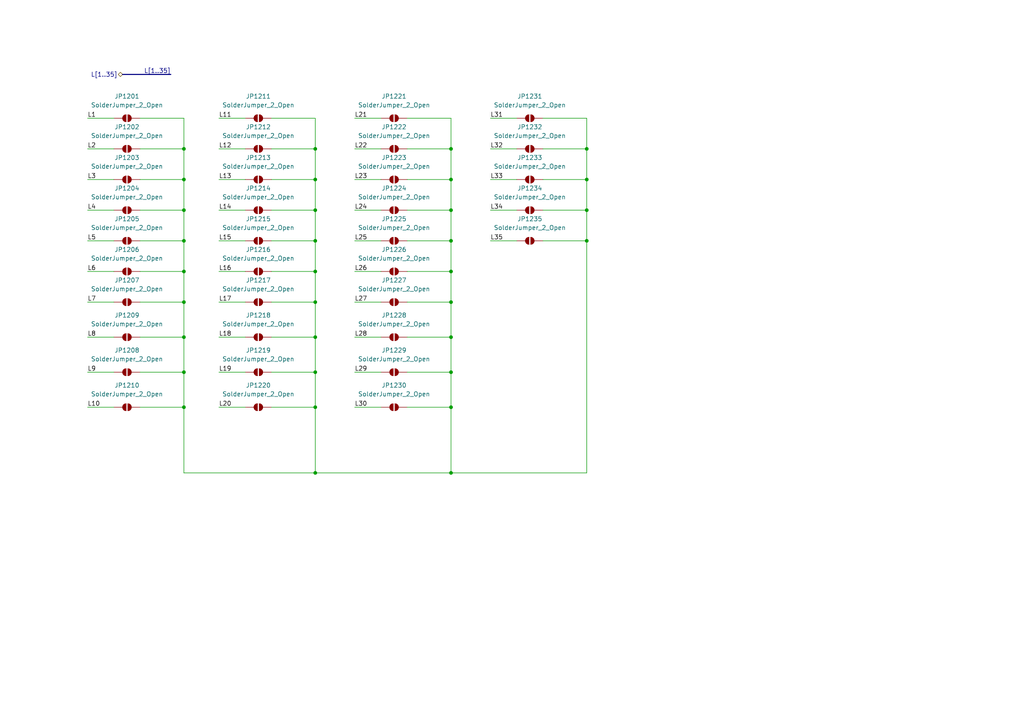
<source format=kicad_sch>
(kicad_sch (version 20231120) (generator "eeschema") (generator_version "8.0")
  (paper "A4")
  (lib_symbols
    (symbol "SolderJumper_2_Open_1" (pin_numbers hide) (pin_names (offset 0) hide) (exclude_from_sim yes) (in_bom no)
      (property "Reference" "JP" (at 0 2.032 0))
      (property "Value" "SolderJumper_2_Open" (at 0 -2.54 0))
      (symbol "SolderJumper_2_Open_1_0_1"
        (arc (start -0.254 1.016) (mid -1.2656 0) (end -0.254 -1.016))
        (arc (start -0.254 1.016) (mid -1.2656 0) (end -0.254 -1.016) (fill (type outline)))
        (polyline (pts (xy -0.254 1.016) (xy -0.254 -1.016)))
        (polyline (pts (xy 0.254 1.016) (xy 0.254 -1.016)))
        (arc (start 0.254 -1.016) (mid 1.2656 0) (end 0.254 1.016))
        (arc (start 0.254 -1.016) (mid 1.2656 0) (end 0.254 1.016) (fill (type outline)))
      )
      (symbol "SolderJumper_2_Open_1_1_1"
        (pin passive line (at -3.81 0 0) (length 2.54) (name "A") (number "1"))
        (pin passive line (at 3.81 0 180) (length 2.54) (name "B") (number "2"))
      )
    )
  )
  (junction (at 170.18 43.18))
  (junction (at 53.34 107.95))
  (junction (at 130.81 78.74))
  (junction (at 53.34 43.18))
  (junction (at 91.44 60.96))
  (junction (at 91.44 137.16))
  (junction (at 130.81 43.18))
  (junction (at 91.44 118.11))
  (junction (at 130.81 97.79))
  (junction (at 170.18 69.85))
  (junction (at 130.81 107.95))
  (junction (at 130.81 137.16))
  (junction (at 91.44 52.07))
  (junction (at 130.81 52.07))
  (junction (at 91.44 97.79))
  (junction (at 91.44 107.95))
  (junction (at 53.34 60.96))
  (junction (at 53.34 69.85))
  (junction (at 53.34 87.63))
  (junction (at 91.44 69.85))
  (junction (at 53.34 118.11))
  (junction (at 170.18 52.07))
  (junction (at 91.44 87.63))
  (junction (at 91.44 43.18))
  (junction (at 53.34 78.74))
  (junction (at 53.34 97.79))
  (junction (at 130.81 118.11))
  (junction (at 170.18 60.96))
  (junction (at 53.34 52.07))
  (junction (at 130.81 60.96))
  (junction (at 130.81 69.85))
  (junction (at 91.44 78.74))
  (junction (at 130.81 87.63))
  (wire (pts (xy 63.5 87.63) (xy 71.12 87.63)))
  (wire (pts (xy 91.44 34.29) (xy 91.44 43.18)))
  (wire (pts (xy 170.18 60.96) (xy 157.48 60.96)))
  (wire (pts (xy 63.5 97.79) (xy 71.12 97.79)))
  (wire (pts (xy 130.81 78.74) (xy 130.81 87.63)))
  (wire (pts (xy 142.24 34.29) (xy 149.86 34.29)))
  (wire (pts (xy 170.18 60.96) (xy 170.18 69.85)))
  (wire (pts (xy 130.81 43.18) (xy 118.11 43.18)))
  (wire (pts (xy 130.81 69.85) (xy 130.81 78.74)))
  (wire (pts (xy 91.44 87.63) (xy 91.44 97.79)))
  (wire (pts (xy 102.87 69.85) (xy 110.49 69.85)))
  (wire (pts (xy 53.34 43.18) (xy 53.34 52.07)))
  (wire (pts (xy 91.44 52.07) (xy 91.44 60.96)))
  (wire (pts (xy 142.24 60.96) (xy 149.86 60.96)))
  (wire (pts (xy 53.34 69.85) (xy 53.34 78.74)))
  (wire (pts (xy 91.44 60.96) (xy 78.74 60.96)))
  (wire (pts (xy 63.5 43.18) (xy 71.12 43.18)))
  (wire (pts (xy 130.81 118.11) (xy 130.81 137.16)))
  (wire (pts (xy 102.87 97.79) (xy 110.49 97.79)))
  (wire (pts (xy 53.34 118.11) (xy 40.64 118.11)))
  (wire (pts (xy 91.44 34.29) (xy 78.74 34.29)))
  (wire (pts (xy 25.4 78.74) (xy 33.02 78.74)))
  (wire (pts (xy 102.87 87.63) (xy 110.49 87.63)))
  (wire (pts (xy 130.81 107.95) (xy 130.81 118.11)))
  (wire (pts (xy 25.4 43.18) (xy 33.02 43.18)))
  (wire (pts (xy 130.81 34.29) (xy 118.11 34.29)))
  (wire (pts (xy 53.34 137.16) (xy 91.44 137.16)))
  (wire (pts (xy 130.81 87.63) (xy 118.11 87.63)))
  (wire (pts (xy 25.4 69.85) (xy 33.02 69.85)))
  (wire (pts (xy 53.34 60.96) (xy 40.64 60.96)))
  (wire (pts (xy 91.44 43.18) (xy 78.74 43.18)))
  (wire (pts (xy 102.87 118.11) (xy 110.49 118.11)))
  (wire (pts (xy 91.44 107.95) (xy 78.74 107.95)))
  (wire (pts (xy 170.18 52.07) (xy 170.18 60.96)))
  (wire (pts (xy 25.4 34.29) (xy 33.02 34.29)))
  (wire (pts (xy 63.5 60.96) (xy 71.12 60.96)))
  (wire (pts (xy 53.34 97.79) (xy 53.34 107.95)))
  (wire (pts (xy 63.5 34.29) (xy 71.12 34.29)))
  (wire (pts (xy 91.44 107.95) (xy 91.44 118.11)))
  (wire (pts (xy 170.18 52.07) (xy 157.48 52.07)))
  (wire (pts (xy 25.4 52.07) (xy 33.02 52.07)))
  (wire (pts (xy 53.34 97.79) (xy 40.64 97.79)))
  (wire (pts (xy 91.44 78.74) (xy 91.44 87.63)))
  (wire (pts (xy 102.87 34.29) (xy 110.49 34.29)))
  (wire (pts (xy 91.44 118.11) (xy 91.44 137.16)))
  (wire (pts (xy 53.34 34.29) (xy 53.34 43.18)))
  (wire (pts (xy 25.4 118.11) (xy 33.02 118.11)))
  (wire (pts (xy 102.87 78.74) (xy 110.49 78.74)))
  (wire (pts (xy 63.5 107.95) (xy 71.12 107.95)))
  (wire (pts (xy 53.34 34.29) (xy 40.64 34.29)))
  (wire (pts (xy 91.44 69.85) (xy 78.74 69.85)))
  (wire (pts (xy 130.81 87.63) (xy 130.81 97.79)))
  (wire (pts (xy 25.4 107.95) (xy 33.02 107.95)))
  (wire (pts (xy 53.34 69.85) (xy 40.64 69.85)))
  (wire (pts (xy 91.44 43.18) (xy 91.44 52.07)))
  (wire (pts (xy 130.81 60.96) (xy 130.81 69.85)))
  (wire (pts (xy 53.34 52.07) (xy 53.34 60.96)))
  (wire (pts (xy 102.87 43.18) (xy 110.49 43.18)))
  (wire (pts (xy 102.87 60.96) (xy 110.49 60.96)))
  (wire (pts (xy 25.4 97.79) (xy 33.02 97.79)))
  (wire (pts (xy 53.34 78.74) (xy 53.34 87.63)))
  (wire (pts (xy 130.81 43.18) (xy 130.81 52.07)))
  (wire (pts (xy 102.87 52.07) (xy 110.49 52.07)))
  (wire (pts (xy 53.34 87.63) (xy 40.64 87.63)))
  (wire (pts (xy 91.44 97.79) (xy 91.44 107.95)))
  (wire (pts (xy 91.44 137.16) (xy 130.81 137.16)))
  (wire (pts (xy 130.81 69.85) (xy 118.11 69.85)))
  (wire (pts (xy 53.34 118.11) (xy 53.34 137.16)))
  (wire (pts (xy 53.34 87.63) (xy 53.34 97.79)))
  (wire (pts (xy 53.34 78.74) (xy 40.64 78.74)))
  (wire (pts (xy 130.81 97.79) (xy 118.11 97.79)))
  (wire (pts (xy 130.81 118.11) (xy 118.11 118.11)))
  (wire (pts (xy 130.81 78.74) (xy 118.11 78.74)))
  (wire (pts (xy 170.18 69.85) (xy 170.18 137.16)))
  (wire (pts (xy 53.34 60.96) (xy 53.34 69.85)))
  (wire (pts (xy 170.18 34.29) (xy 170.18 43.18)))
  (wire (pts (xy 130.81 52.07) (xy 118.11 52.07)))
  (wire (pts (xy 142.24 52.07) (xy 149.86 52.07)))
  (wire (pts (xy 25.4 60.96) (xy 33.02 60.96)))
  (bus (pts (xy 35.56 21.59) (xy 49.53 21.59)))
  (wire (pts (xy 130.81 137.16) (xy 170.18 137.16)))
  (wire (pts (xy 91.44 118.11) (xy 78.74 118.11)))
  (wire (pts (xy 63.5 78.74) (xy 71.12 78.74)))
  (wire (pts (xy 130.81 60.96) (xy 118.11 60.96)))
  (wire (pts (xy 91.44 87.63) (xy 78.74 87.63)))
  (wire (pts (xy 170.18 34.29) (xy 157.48 34.29)))
  (wire (pts (xy 63.5 69.85) (xy 71.12 69.85)))
  (wire (pts (xy 91.44 60.96) (xy 91.44 69.85)))
  (wire (pts (xy 170.18 69.85) (xy 157.48 69.85)))
  (wire (pts (xy 170.18 43.18) (xy 170.18 52.07)))
  (wire (pts (xy 130.81 107.95) (xy 118.11 107.95)))
  (wire (pts (xy 91.44 52.07) (xy 78.74 52.07)))
  (wire (pts (xy 53.34 52.07) (xy 40.64 52.07)))
  (wire (pts (xy 130.81 52.07) (xy 130.81 60.96)))
  (wire (pts (xy 63.5 52.07) (xy 71.12 52.07)))
  (wire (pts (xy 102.87 107.95) (xy 110.49 107.95)))
  (wire (pts (xy 53.34 107.95) (xy 53.34 118.11)))
  (wire (pts (xy 130.81 34.29) (xy 130.81 43.18)))
  (wire (pts (xy 91.44 69.85) (xy 91.44 78.74)))
  (wire (pts (xy 142.24 43.18) (xy 149.86 43.18)))
  (wire (pts (xy 25.4 87.63) (xy 33.02 87.63)))
  (wire (pts (xy 142.24 69.85) (xy 149.86 69.85)))
  (wire (pts (xy 91.44 97.79) (xy 78.74 97.79)))
  (wire (pts (xy 170.18 43.18) (xy 157.48 43.18)))
  (wire (pts (xy 130.81 97.79) (xy 130.81 107.95)))
  (wire (pts (xy 53.34 107.95) (xy 40.64 107.95)))
  (wire (pts (xy 63.5 118.11) (xy 71.12 118.11)))
  (wire (pts (xy 53.34 43.18) (xy 40.64 43.18)))
  (wire (pts (xy 91.44 78.74) (xy 78.74 78.74)))
  (label "L25" (at 102.87 69.85 0))
  (label "L[1..35]" (at 49.53 21.59 180))
  (label "L35" (at 142.24 69.85 0))
  (label "L17" (at 63.5 87.63 0))
  (label "L4" (at 25.4 60.96 0))
  (label "L8" (at 25.4 97.79 0))
  (label "L34" (at 142.24 60.96 0))
  (label "L6" (at 25.4 78.74 0))
  (label "L5" (at 25.4 69.85 0))
  (label "L12" (at 63.5 43.18 0))
  (label "L24" (at 102.87 60.96 0))
  (label "L13" (at 63.5 52.07 0))
  (label "L18" (at 63.5 97.79 0))
  (label "L7" (at 25.4 87.63 0))
  (label "L10" (at 25.4 118.11 0))
  (label "L19" (at 63.5 107.95 0))
  (label "L20" (at 63.5 118.11 0))
  (label "L31" (at 142.24 34.29 0))
  (label "L29" (at 102.87 107.95 0))
  (label "L28" (at 102.87 97.79 0))
  (label "L33" (at 142.24 52.07 0))
  (label "L1" (at 25.4 34.29 0))
  (label "L32" (at 142.24 43.18 0))
  (label "L27" (at 102.87 87.63 0))
  (label "L16" (at 63.5 78.74 0))
  (label "L23" (at 102.87 52.07 0))
  (label "L9" (at 25.4 107.95 0))
  (label "L15" (at 63.5 69.85 0))
  (label "L22" (at 102.87 43.18 0))
  (label "L21" (at 102.87 34.29 0))
  (label "L11" (at 63.5 34.29 0))
  (label "L26" (at 102.87 78.74 0))
  (label "L2" (at 25.4 43.18 0))
  (label "L30" (at 102.87 118.11 0))
  (label "L14" (at 63.5 60.96 0))
  (label "L3" (at 25.4 52.07 0))
  (hierarchical_label "L[1..35]" (shape bidirectional) (at 35.56 21.59 180))
  (symbol (lib_name "SolderJumper_2_Open_1") (lib_id "Jumper:SolderJumper_2_Open") (at 153.67 52.07 0) (unit 1) (exclude_from_sim yes) (in_bom no)
    (property "Reference" "JP1233" (at 153.67 45.72 0))
    (property "Value" "SolderJumper_2_Open" (at 153.67 48.26 0))
    (property "Footprint" "Jumper:SolderJumper-2_P1.3mm_Open_TrianglePad1.0x1.5mm" (effects (hide yes)))
    (property "Description" "Solder Jumper, 2-pole, open" (effects (hide yes)))
  )
  (symbol (lib_name "SolderJumper_2_Open_1") (lib_id "Jumper:SolderJumper_2_Open") (at 36.83 78.74 0) (unit 1) (exclude_from_sim yes) (in_bom no)
    (property "Reference" "JP1206" (at 36.83 72.39 0))
    (property "Value" "SolderJumper_2_Open" (at 36.83 74.93 0))
    (property "Footprint" "Jumper:SolderJumper-2_P1.3mm_Open_TrianglePad1.0x1.5mm" (effects (hide yes)))
    (property "Description" "Solder Jumper, 2-pole, open" (effects (hide yes)))
  )
  (symbol (lib_name "SolderJumper_2_Open_1") (lib_id "Jumper:SolderJumper_2_Open") (at 153.67 69.85 0) (unit 1) (exclude_from_sim yes) (in_bom no)
    (property "Reference" "JP1235" (at 153.67 63.5 0))
    (property "Value" "SolderJumper_2_Open" (at 153.67 66.04 0))
    (property "Footprint" "Jumper:SolderJumper-2_P1.3mm_Open_TrianglePad1.0x1.5mm" (effects (hide yes)))
    (property "Description" "Solder Jumper, 2-pole, open" (effects (hide yes)))
  )
  (symbol (lib_name "SolderJumper_2_Open_1") (lib_id "Jumper:SolderJumper_2_Open") (at 114.3 87.63 0) (unit 1) (exclude_from_sim yes) (in_bom no)
    (property "Reference" "JP1227" (at 114.3 81.28 0))
    (property "Value" "SolderJumper_2_Open" (at 114.3 83.82 0))
    (property "Footprint" "Jumper:SolderJumper-2_P1.3mm_Open_TrianglePad1.0x1.5mm" (effects (hide yes)))
    (property "Description" "Solder Jumper, 2-pole, open" (effects (hide yes)))
  )
  (symbol (lib_name "SolderJumper_2_Open_1") (lib_id "Jumper:SolderJumper_2_Open") (at 114.3 97.79 0) (unit 1) (exclude_from_sim yes) (in_bom no)
    (property "Reference" "JP1228" (at 114.3 91.44 0))
    (property "Value" "SolderJumper_2_Open" (at 114.3 93.98 0))
    (property "Footprint" "Jumper:SolderJumper-2_P1.3mm_Open_TrianglePad1.0x1.5mm" (effects (hide yes)))
    (property "Description" "Solder Jumper, 2-pole, open" (effects (hide yes)))
  )
  (symbol (lib_name "SolderJumper_2_Open_1") (lib_id "Jumper:SolderJumper_2_Open") (at 114.3 52.07 0) (unit 1) (exclude_from_sim yes) (in_bom no)
    (property "Reference" "JP1223" (at 114.3 45.72 0))
    (property "Value" "SolderJumper_2_Open" (at 114.3 48.26 0))
    (property "Footprint" "Jumper:SolderJumper-2_P1.3mm_Open_TrianglePad1.0x1.5mm" (effects (hide yes)))
    (property "Description" "Solder Jumper, 2-pole, open" (effects (hide yes)))
  )
  (symbol (lib_name "SolderJumper_2_Open_1") (lib_id "Jumper:SolderJumper_2_Open") (at 74.93 87.63 0) (unit 1) (exclude_from_sim yes) (in_bom no)
    (property "Reference" "JP1217" (at 74.93 81.28 0))
    (property "Value" "SolderJumper_2_Open" (at 74.93 83.82 0))
    (property "Footprint" "Jumper:SolderJumper-2_P1.3mm_Open_TrianglePad1.0x1.5mm" (effects (hide yes)))
    (property "Description" "Solder Jumper, 2-pole, open" (effects (hide yes)))
  )
  (symbol (lib_name "SolderJumper_2_Open_1") (lib_id "Jumper:SolderJumper_2_Open") (at 153.67 34.29 0) (unit 1) (exclude_from_sim yes) (in_bom no)
    (property "Reference" "JP1231" (at 153.67 27.94 0))
    (property "Value" "SolderJumper_2_Open" (at 153.67 30.48 0))
    (property "Footprint" "Jumper:SolderJumper-2_P1.3mm_Open_TrianglePad1.0x1.5mm" (effects (hide yes)))
    (property "Description" "Solder Jumper, 2-pole, open" (effects (hide yes)))
  )
  (symbol (lib_name "SolderJumper_2_Open_1") (lib_id "Jumper:SolderJumper_2_Open") (at 114.3 43.18 0) (unit 1) (exclude_from_sim yes) (in_bom no)
    (property "Reference" "JP1222" (at 114.3 36.83 0))
    (property "Value" "SolderJumper_2_Open" (at 114.3 39.37 0))
    (property "Footprint" "Jumper:SolderJumper-2_P1.3mm_Open_TrianglePad1.0x1.5mm" (effects (hide yes)))
    (property "Description" "Solder Jumper, 2-pole, open" (effects (hide yes)))
  )
  (symbol (lib_name "SolderJumper_2_Open_1") (lib_id "Jumper:SolderJumper_2_Open") (at 114.3 60.96 0) (unit 1) (exclude_from_sim yes) (in_bom no)
    (property "Reference" "JP1224" (at 114.3 54.61 0))
    (property "Value" "SolderJumper_2_Open" (at 114.3 57.15 0))
    (property "Footprint" "Jumper:SolderJumper-2_P1.3mm_Open_TrianglePad1.0x1.5mm" (effects (hide yes)))
    (property "Description" "Solder Jumper, 2-pole, open" (effects (hide yes)))
  )
  (symbol (lib_name "SolderJumper_2_Open_1") (lib_id "Jumper:SolderJumper_2_Open") (at 74.93 69.85 0) (unit 1) (exclude_from_sim yes) (in_bom no)
    (property "Reference" "JP1215" (at 74.93 63.5 0))
    (property "Value" "SolderJumper_2_Open" (at 74.93 66.04 0))
    (property "Footprint" "Jumper:SolderJumper-2_P1.3mm_Open_TrianglePad1.0x1.5mm" (effects (hide yes)))
    (property "Description" "Solder Jumper, 2-pole, open" (effects (hide yes)))
  )
  (symbol (lib_name "SolderJumper_2_Open_1") (lib_id "Jumper:SolderJumper_2_Open") (at 36.83 60.96 0) (unit 1) (exclude_from_sim yes) (in_bom no)
    (property "Reference" "JP1204" (at 36.83 54.61 0))
    (property "Value" "SolderJumper_2_Open" (at 36.83 57.15 0))
    (property "Footprint" "Jumper:SolderJumper-2_P1.3mm_Open_TrianglePad1.0x1.5mm" (effects (hide yes)))
    (property "Description" "Solder Jumper, 2-pole, open" (effects (hide yes)))
  )
  (symbol (lib_name "SolderJumper_2_Open_1") (lib_id "Jumper:SolderJumper_2_Open") (at 36.83 87.63 0) (unit 1) (exclude_from_sim yes) (in_bom no)
    (property "Reference" "JP1207" (at 36.83 81.28 0))
    (property "Value" "SolderJumper_2_Open" (at 36.83 83.82 0))
    (property "Footprint" "Jumper:SolderJumper-2_P1.3mm_Open_TrianglePad1.0x1.5mm" (effects (hide yes)))
    (property "Description" "Solder Jumper, 2-pole, open" (effects (hide yes)))
  )
  (symbol (lib_name "SolderJumper_2_Open_1") (lib_id "Jumper:SolderJumper_2_Open") (at 114.3 69.85 0) (unit 1) (exclude_from_sim yes) (in_bom no)
    (property "Reference" "JP1225" (at 114.3 63.5 0))
    (property "Value" "SolderJumper_2_Open" (at 114.3 66.04 0))
    (property "Footprint" "Jumper:SolderJumper-2_P1.3mm_Open_TrianglePad1.0x1.5mm" (effects (hide yes)))
    (property "Description" "Solder Jumper, 2-pole, open" (effects (hide yes)))
  )
  (symbol (lib_name "SolderJumper_2_Open_1") (lib_id "Jumper:SolderJumper_2_Open") (at 36.83 118.11 0) (unit 1) (exclude_from_sim yes) (in_bom no)
    (property "Reference" "JP1210" (at 36.83 111.76 0))
    (property "Value" "SolderJumper_2_Open" (at 36.83 114.3 0))
    (property "Footprint" "Jumper:SolderJumper-2_P1.3mm_Open_TrianglePad1.0x1.5mm" (effects (hide yes)))
    (property "Description" "Solder Jumper, 2-pole, open" (effects (hide yes)))
  )
  (symbol (lib_name "SolderJumper_2_Open_1") (lib_id "Jumper:SolderJumper_2_Open") (at 36.83 34.29 0) (unit 1) (exclude_from_sim yes) (in_bom no)
    (property "Reference" "JP1201" (at 36.83 27.94 0))
    (property "Value" "SolderJumper_2_Open" (at 36.83 30.48 0))
    (property "Footprint" "Jumper:SolderJumper-2_P1.3mm_Open_TrianglePad1.0x1.5mm" (effects (hide yes)))
    (property "Description" "Solder Jumper, 2-pole, open" (effects (hide yes)))
  )
  (symbol (lib_name "SolderJumper_2_Open_1") (lib_id "Jumper:SolderJumper_2_Open") (at 114.3 118.11 0) (unit 1) (exclude_from_sim yes) (in_bom no)
    (property "Reference" "JP1230" (at 114.3 111.76 0))
    (property "Value" "SolderJumper_2_Open" (at 114.3 114.3 0))
    (property "Footprint" "Jumper:SolderJumper-2_P1.3mm_Open_TrianglePad1.0x1.5mm" (effects (hide yes)))
    (property "Description" "Solder Jumper, 2-pole, open" (effects (hide yes)))
  )
  (symbol (lib_name "SolderJumper_2_Open_1") (lib_id "Jumper:SolderJumper_2_Open") (at 114.3 34.29 0) (unit 1) (exclude_from_sim yes) (in_bom no)
    (property "Reference" "JP1221" (at 114.3 27.94 0))
    (property "Value" "SolderJumper_2_Open" (at 114.3 30.48 0))
    (property "Footprint" "Jumper:SolderJumper-2_P1.3mm_Open_TrianglePad1.0x1.5mm" (effects (hide yes)))
    (property "Description" "Solder Jumper, 2-pole, open" (effects (hide yes)))
  )
  (symbol (lib_name "SolderJumper_2_Open_1") (lib_id "Jumper:SolderJumper_2_Open") (at 36.83 107.95 0) (unit 1) (exclude_from_sim yes) (in_bom no)
    (property "Reference" "JP1208" (at 36.83 101.6 0))
    (property "Value" "SolderJumper_2_Open" (at 36.83 104.14 0))
    (property "Footprint" "Jumper:SolderJumper-2_P1.3mm_Open_TrianglePad1.0x1.5mm" (effects (hide yes)))
    (property "Description" "Solder Jumper, 2-pole, open" (effects (hide yes)))
  )
  (symbol (lib_name "SolderJumper_2_Open_1") (lib_id "Jumper:SolderJumper_2_Open") (at 114.3 78.74 0) (unit 1) (exclude_from_sim yes) (in_bom no)
    (property "Reference" "JP1226" (at 114.3 72.39 0))
    (property "Value" "SolderJumper_2_Open" (at 114.3 74.93 0))
    (property "Footprint" "Jumper:SolderJumper-2_P1.3mm_Open_TrianglePad1.0x1.5mm" (effects (hide yes)))
    (property "Description" "Solder Jumper, 2-pole, open" (effects (hide yes)))
  )
  (symbol (lib_name "SolderJumper_2_Open_1") (lib_id "Jumper:SolderJumper_2_Open") (at 36.83 52.07 0) (unit 1) (exclude_from_sim yes) (in_bom no)
    (property "Reference" "JP1203" (at 36.83 45.72 0))
    (property "Value" "SolderJumper_2_Open" (at 36.83 48.26 0))
    (property "Footprint" "Jumper:SolderJumper-2_P1.3mm_Open_TrianglePad1.0x1.5mm" (effects (hide yes)))
    (property "Description" "Solder Jumper, 2-pole, open" (effects (hide yes)))
  )
  (symbol (lib_name "SolderJumper_2_Open_1") (lib_id "Jumper:SolderJumper_2_Open") (at 114.3 107.95 0) (unit 1) (exclude_from_sim yes) (in_bom no)
    (property "Reference" "JP1229" (at 114.3 101.6 0))
    (property "Value" "SolderJumper_2_Open" (at 114.3 104.14 0))
    (property "Footprint" "Jumper:SolderJumper-2_P1.3mm_Open_TrianglePad1.0x1.5mm" (effects (hide yes)))
    (property "Description" "Solder Jumper, 2-pole, open" (effects (hide yes)))
  )
  (symbol (lib_name "SolderJumper_2_Open_1") (lib_id "Jumper:SolderJumper_2_Open") (at 74.93 52.07 0) (unit 1) (exclude_from_sim yes) (in_bom no)
    (property "Reference" "JP1213" (at 74.93 45.72 0))
    (property "Value" "SolderJumper_2_Open" (at 74.93 48.26 0))
    (property "Footprint" "Jumper:SolderJumper-2_P1.3mm_Open_TrianglePad1.0x1.5mm" (effects (hide yes)))
    (property "Description" "Solder Jumper, 2-pole, open" (effects (hide yes)))
  )
  (symbol (lib_name "SolderJumper_2_Open_1") (lib_id "Jumper:SolderJumper_2_Open") (at 36.83 69.85 0) (unit 1) (exclude_from_sim yes) (in_bom no)
    (property "Reference" "JP1205" (at 36.83 63.5 0))
    (property "Value" "SolderJumper_2_Open" (at 36.83 66.04 0))
    (property "Footprint" "Jumper:SolderJumper-2_P1.3mm_Open_TrianglePad1.0x1.5mm" (effects (hide yes)))
    (property "Description" "Solder Jumper, 2-pole, open" (effects (hide yes)))
  )
  (symbol (lib_name "SolderJumper_2_Open_1") (lib_id "Jumper:SolderJumper_2_Open") (at 74.93 60.96 0) (unit 1) (exclude_from_sim yes) (in_bom no)
    (property "Reference" "JP1214" (at 74.93 54.61 0))
    (property "Value" "SolderJumper_2_Open" (at 74.93 57.15 0))
    (property "Footprint" "Jumper:SolderJumper-2_P1.3mm_Open_TrianglePad1.0x1.5mm" (effects (hide yes)))
    (property "Description" "Solder Jumper, 2-pole, open" (effects (hide yes)))
  )
  (symbol (lib_name "SolderJumper_2_Open_1") (lib_id "Jumper:SolderJumper_2_Open") (at 153.67 43.18 0) (unit 1) (exclude_from_sim yes) (in_bom no)
    (property "Reference" "JP1232" (at 153.67 36.83 0))
    (property "Value" "SolderJumper_2_Open" (at 153.67 39.37 0))
    (property "Footprint" "Jumper:SolderJumper-2_P1.3mm_Open_TrianglePad1.0x1.5mm" (effects (hide yes)))
    (property "Description" "Solder Jumper, 2-pole, open" (effects (hide yes)))
  )
  (symbol (lib_name "SolderJumper_2_Open_1") (lib_id "Jumper:SolderJumper_2_Open") (at 36.83 43.18 0) (unit 1) (exclude_from_sim yes) (in_bom no)
    (property "Reference" "JP1202" (at 36.83 36.83 0))
    (property "Value" "SolderJumper_2_Open" (at 36.83 39.37 0))
    (property "Footprint" "Jumper:SolderJumper-2_P1.3mm_Open_TrianglePad1.0x1.5mm" (effects (hide yes)))
    (property "Description" "Solder Jumper, 2-pole, open" (effects (hide yes)))
  )
  (symbol (lib_name "SolderJumper_2_Open_1") (lib_id "Jumper:SolderJumper_2_Open") (at 74.93 107.95 0) (unit 1) (exclude_from_sim yes) (in_bom no)
    (property "Reference" "JP1219" (at 74.93 101.6 0))
    (property "Value" "SolderJumper_2_Open" (at 74.93 104.14 0))
    (property "Footprint" "Jumper:SolderJumper-2_P1.3mm_Open_TrianglePad1.0x1.5mm" (effects (hide yes)))
    (property "Description" "Solder Jumper, 2-pole, open" (effects (hide yes)))
  )
  (symbol (lib_name "SolderJumper_2_Open_1") (lib_id "Jumper:SolderJumper_2_Open") (at 74.93 43.18 0) (unit 1) (exclude_from_sim yes) (in_bom no)
    (property "Reference" "JP1212" (at 74.93 36.83 0))
    (property "Value" "SolderJumper_2_Open" (at 74.93 39.37 0))
    (property "Footprint" "Jumper:SolderJumper-2_P1.3mm_Open_TrianglePad1.0x1.5mm" (effects (hide yes)))
    (property "Description" "Solder Jumper, 2-pole, open" (effects (hide yes)))
  )
  (symbol (lib_name "SolderJumper_2_Open_1") (lib_id "Jumper:SolderJumper_2_Open") (at 74.93 34.29 0) (unit 1) (exclude_from_sim yes) (in_bom no)
    (property "Reference" "JP1211" (at 74.93 27.94 0))
    (property "Value" "SolderJumper_2_Open" (at 74.93 30.48 0))
    (property "Footprint" "Jumper:SolderJumper-2_P1.3mm_Open_TrianglePad1.0x1.5mm" (effects (hide yes)))
    (property "Description" "Solder Jumper, 2-pole, open" (effects (hide yes)))
  )
  (symbol (lib_name "SolderJumper_2_Open_1") (lib_id "Jumper:SolderJumper_2_Open") (at 74.93 97.79 0) (unit 1) (exclude_from_sim yes) (in_bom no)
    (property "Reference" "JP1218" (at 74.93 91.44 0))
    (property "Value" "SolderJumper_2_Open" (at 74.93 93.98 0))
    (property "Footprint" "Jumper:SolderJumper-2_P1.3mm_Open_TrianglePad1.0x1.5mm" (effects (hide yes)))
    (property "Description" "Solder Jumper, 2-pole, open" (effects (hide yes)))
  )
  (symbol (lib_name "SolderJumper_2_Open_1") (lib_id "Jumper:SolderJumper_2_Open") (at 153.67 60.96 0) (unit 1) (exclude_from_sim yes) (in_bom no)
    (property "Reference" "JP1234" (at 153.67 54.61 0))
    (property "Value" "SolderJumper_2_Open" (at 153.67 57.15 0))
    (property "Footprint" "Jumper:SolderJumper-2_P1.3mm_Open_TrianglePad1.0x1.5mm" (effects (hide yes)))
    (property "Description" "Solder Jumper, 2-pole, open" (effects (hide yes)))
  )
  (symbol (lib_name "SolderJumper_2_Open_1") (lib_id "Jumper:SolderJumper_2_Open") (at 74.93 118.11 0) (unit 1) (exclude_from_sim yes) (in_bom no)
    (property "Reference" "JP1220" (at 74.93 111.76 0))
    (property "Value" "SolderJumper_2_Open" (at 74.93 114.3 0))
    (property "Footprint" "Jumper:SolderJumper-2_P1.3mm_Open_TrianglePad1.0x1.5mm" (effects (hide yes)))
    (property "Description" "Solder Jumper, 2-pole, open" (effects (hide yes)))
  )
  (symbol (lib_name "SolderJumper_2_Open_1") (lib_id "Jumper:SolderJumper_2_Open") (at 74.93 78.74 0) (unit 1) (exclude_from_sim yes) (in_bom no)
    (property "Reference" "JP1216" (at 74.93 72.39 0))
    (property "Value" "SolderJumper_2_Open" (at 74.93 74.93 0))
    (property "Footprint" "Jumper:SolderJumper-2_P1.3mm_Open_TrianglePad1.0x1.5mm" (effects (hide yes)))
    (property "Description" "Solder Jumper, 2-pole, open" (effects (hide yes)))
  )
  (symbol (lib_name "SolderJumper_2_Open_1") (lib_id "Jumper:SolderJumper_2_Open") (at 36.83 97.79 0) (unit 1) (exclude_from_sim yes) (in_bom no)
    (property "Reference" "JP1209" (at 36.83 91.44 0))
    (property "Value" "SolderJumper_2_Open" (at 36.83 93.98 0))
    (property "Footprint" "Jumper:SolderJumper-2_P1.3mm_Open_TrianglePad1.0x1.5mm" (effects (hide yes)))
    (property "Description" "Solder Jumper, 2-pole, open" (effects (hide yes)))
  )
)
</source>
